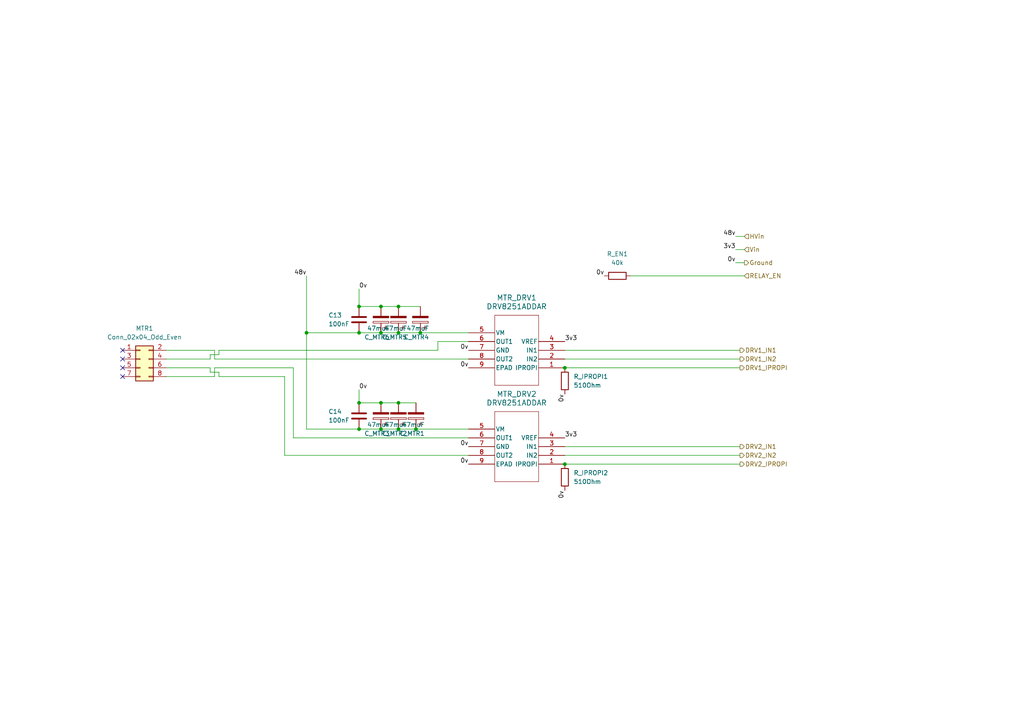
<source format=kicad_sch>
(kicad_sch (version 20230121) (generator eeschema)
  (paper "A4")
  (lib_symbols
    (symbol "Connector_Generic:Conn_02x04_Odd_Even" (pin_names (offset 1.016) hide)
      (property "Reference" "J" (at 1.27 5.08 0))
      (property "Value" "Conn_02x04_Odd_Even" (at 1.27 -7.62 0))
      (symbol "Conn_02x04_Odd_Even_1_1"
        (rectangle (start -1.27 -4.953) (end 0 -5.207) (stroke (width 0.1524)))
        (rectangle (start -1.27 -2.413) (end 0 -2.667) (stroke (width 0.1524)))
        (rectangle (start -1.27 0.127) (end 0 -0.127) (stroke (width 0.1524)))
        (rectangle (start -1.27 2.667) (end 0 2.413) (stroke (width 0.1524)))
        (rectangle (start -1.27 3.81) (end 3.81 -6.35) (stroke (width 0.254)) (fill (type background)))
        (rectangle (start 3.81 -4.953) (end 2.54 -5.207) (stroke (width 0.1524)))
        (rectangle (start 3.81 -2.413) (end 2.54 -2.667) (stroke (width 0.1524)))
        (rectangle (start 3.81 0.127) (end 2.54 -0.127) (stroke (width 0.1524)))
        (rectangle (start 3.81 2.667) (end 2.54 2.413) (stroke (width 0.1524)))
        (pin passive line (at -5.08 2.54 0) (length 3.81) (name "Pin_1") (number "1"))
        (pin passive line (at 7.62 2.54 180) (length 3.81) (name "Pin_2") (number "2"))
        (pin passive line (at -5.08 0 0) (length 3.81) (name "Pin_3") (number "3"))
        (pin passive line (at 7.62 0 180) (length 3.81) (name "Pin_4") (number "4"))
        (pin passive line (at -5.08 -2.54 0) (length 3.81) (name "Pin_5") (number "5"))
        (pin passive line (at 7.62 -2.54 180) (length 3.81) (name "Pin_6") (number "6"))
        (pin passive line (at -5.08 -5.08 0) (length 3.81) (name "Pin_7") (number "7"))
        (pin passive line (at 7.62 -5.08 180) (length 3.81) (name "Pin_8") (number "8"))
      )
    )
    (symbol "DRV8251A:DRV8251ADDAR" (pin_names (offset 0.254))
      (property "Reference" "MTR_DRV1" (at 8.89 -16.51 0))
      (property "Value" "DRV8251ADDAR" (at 8.89 -13.97 0))
      (symbol "DRV8251ADDAR_0_1"
        (polyline (pts (xy 2.54 -11.43) (xy 15.24 -11.43)) (stroke (width 0.127)))
        (polyline (pts (xy 2.54 8.89) (xy 2.54 -11.43)) (stroke (width 0.127)))
        (polyline (pts (xy 15.24 -11.43) (xy 15.24 8.89)) (stroke (width 0.127)))
        (polyline (pts (xy 15.24 8.89) (xy 2.54 8.89)) (stroke (width 0.127)))
        (pin power_out line (at -5.08 3.81 0) (length 7.62) (name "IPROPI") (number "1"))
        (pin input line (at -5.08 1.27 0) (length 7.62) (name "IN2") (number "2"))
        (pin input line (at -5.08 -1.27 0) (length 7.62) (name "IN1") (number "3"))
        (pin power_in line (at -5.08 -3.81 0) (length 7.62) (name "VREF") (number "4"))
        (pin power_in line (at 22.86 -6.35 180) (length 7.62) (name "VM") (number "5"))
        (pin bidirectional line (at 22.86 -3.81 180) (length 7.62) (name "OUT1") (number "6"))
        (pin power_out line (at 22.86 -1.27 180) (length 7.62) (name "GND") (number "7"))
        (pin bidirectional line (at 22.86 1.27 180) (length 7.62) (name "OUT2") (number "8"))
        (pin power_out line (at 22.86 3.81 180) (length 7.62) (name "EPAD") (number "9"))
      )
    )
    (symbol "DRV8251ADDAR_2" (pin_names (offset 0.254))
      (property "Reference" "U4_MTR1" (at 8.89 -16.51 0))
      (property "Value" "DRV8251ADDAR" (at 8.89 -13.97 0))
      (symbol "DRV8251ADDAR_2_0_1"
        (polyline (pts (xy 2.54 -11.43) (xy 15.24 -11.43)) (stroke (width 0.127)))
        (polyline (pts (xy 2.54 8.89) (xy 2.54 -11.43)) (stroke (width 0.127)))
        (polyline (pts (xy 15.24 -11.43) (xy 15.24 8.89)) (stroke (width 0.127)))
        (polyline (pts (xy 15.24 8.89) (xy 2.54 8.89)) (stroke (width 0.127)))
        (pin input line (at -5.08 1.27 0) (length 7.62) (name "IN2") (number "2"))
        (pin input line (at -5.08 -1.27 0) (length 7.62) (name "IN1") (number "3"))
        (pin power_in line (at -5.08 -3.81 0) (length 7.62) (name "VREF") (number "4"))
        (pin power_in line (at 22.86 -6.35 180) (length 7.62) (name "VM") (number "5"))
        (pin power_out line (at 22.86 -1.27 180) (length 7.62) (name "GND") (number "7"))
        (pin power_out line (at 22.86 3.81 180) (length 7.62) (name "EPAD") (number "9"))
      )
      (symbol "DRV8251ADDAR_2_1_1"
        (pin power_out line (at -5.08 3.81 0) (length 7.62) (name "IPROPI") (number "1"))
        (pin bidirectional line (at 22.86 -3.81 180) (length 7.62) (name "OUT1") (number "6"))
        (pin bidirectional line (at 22.86 1.27 180) (length 7.62) (name "OUT2") (number "8"))
      )
    )
    (symbol "Device:C" (pin_numbers hide) (pin_names (offset 0.254))
      (property "Reference" "C" (at 0.635 2.54 0))
      (property "Value" "C" (at 0.635 -2.54 0))
      (symbol "C_0_1"
        (polyline (pts (xy -2.032 -0.762) (xy 2.032 -0.762)) (stroke (width 0.508)))
        (polyline (pts (xy -2.032 0.762) (xy 2.032 0.762)) (stroke (width 0.508)))
      )
      (symbol "C_1_1"
        (pin passive line (at 0 3.81 270) (length 2.794) (name "~") (number "1"))
        (pin passive line (at 0 -3.81 90) (length 2.794) (name "~") (number "2"))
      )
    )
    (symbol "Device:C_Polarized" (pin_numbers hide) (pin_names (offset 0.254))
      (property "Reference" "C" (at 0.635 2.54 0))
      (property "Value" "C_Polarized" (at 0.635 -2.54 0))
      (symbol "C_Polarized_0_1"
        (rectangle (start -2.286 0.508) (end 2.286 1.016))
        (polyline (pts (xy -1.778 2.286) (xy -0.762 2.286)))
        (polyline (pts (xy -1.27 2.794) (xy -1.27 1.778)))
        (rectangle (start 2.286 -0.508) (end -2.286 -1.016) (fill (type outline)))
      )
      (symbol "C_Polarized_1_1"
        (pin passive line (at 0 3.81 270) (length 2.794) (name "~") (number "1"))
        (pin passive line (at 0 -3.81 90) (length 2.794) (name "~") (number "2"))
      )
    )
    (symbol "Device:R" (pin_numbers hide) (pin_names (offset 0))
      (property "Reference" "R" (at 2.032 0 90))
      (property "Value" "R" (at 0 0 90))
      (symbol "R_0_1"
        (rectangle (start -1.016 -2.54) (end 1.016 2.54) (stroke (width 0.254)))
      )
      (symbol "R_1_1"
        (pin passive line (at 0 3.81 270) (length 1.27) (name "~") (number "1"))
        (pin passive line (at 0 -3.81 90) (length 1.27) (name "~") (number "2"))
      )
    )
  )
  (junction (at 104.14 96.52))
  (junction (at 110.49 88.9))
  (junction (at 110.49 124.46))
  (junction (at 104.14 88.9))
  (junction (at 120.65 124.46))
  (junction (at 104.14 124.46))
  (junction (at 110.49 116.84))
  (junction (at 115.57 88.9))
  (junction (at 88.9 96.52))
  (junction (at 115.57 96.52))
  (junction (at 110.49 96.52))
  (junction (at 163.83 134.62))
  (junction (at 163.83 106.68))
  (junction (at 115.57 116.84))
  (junction (at 121.92 96.52))
  (junction (at 115.57 124.46))
  (junction (at 104.14 116.84))
  (no_connect (at 35.56 101.6))
  (no_connect (at 35.56 109.22))
  (no_connect (at 35.56 104.14))
  (no_connect (at 35.56 106.68))
  (wire (pts (xy 48.26 109.22) (xy 62.23 109.22)))
  (wire (pts (xy 48.26 104.14) (xy 60.96 104.14)))
  (wire (pts (xy 82.55 109.22) (xy 82.55 132.08)))
  (wire (pts (xy 88.9 96.52) (xy 88.9 124.46)))
  (wire (pts (xy 163.83 106.68) (xy 214.63 106.68)))
  (wire (pts (xy 163.83 134.62) (xy 214.63 134.62)))
  (wire (pts (xy 115.57 116.84) (xy 120.65 116.84)))
  (wire (pts (xy 88.9 96.52) (xy 104.14 96.52)))
  (wire (pts (xy 62.23 109.22) (xy 62.23 106.68)))
  (wire (pts (xy 104.14 124.46) (xy 110.49 124.46)))
  (wire (pts (xy 104.14 83.82) (xy 104.14 88.9)))
  (wire (pts (xy 85.09 127) (xy 135.89 127)))
  (wire (pts (xy 213.36 68.58) (xy 215.9 68.58)))
  (wire (pts (xy 104.14 96.52) (xy 110.49 96.52)))
  (wire (pts (xy 63.5 109.22) (xy 63.5 107.95)))
  (wire (pts (xy 115.57 124.46) (xy 120.65 124.46)))
  (wire (pts (xy 60.96 104.14) (xy 60.96 102.87)))
  (wire (pts (xy 120.65 124.46) (xy 135.89 124.46)))
  (wire (pts (xy 127 99.06) (xy 135.89 99.06)))
  (wire (pts (xy 115.57 96.52) (xy 121.92 96.52)))
  (wire (pts (xy 213.36 76.2) (xy 215.9 76.2)))
  (wire (pts (xy 82.55 132.08) (xy 135.89 132.08)))
  (wire (pts (xy 110.49 96.52) (xy 115.57 96.52)))
  (wire (pts (xy 60.96 102.87) (xy 63.5 102.87)))
  (wire (pts (xy 110.49 88.9) (xy 115.57 88.9)))
  (wire (pts (xy 82.55 109.22) (xy 63.5 109.22)))
  (wire (pts (xy 104.14 88.9) (xy 110.49 88.9)))
  (wire (pts (xy 88.9 124.46) (xy 104.14 124.46)))
  (wire (pts (xy 48.26 101.6) (xy 62.23 101.6)))
  (wire (pts (xy 62.23 104.14) (xy 135.89 104.14)))
  (wire (pts (xy 63.5 107.95) (xy 60.96 107.95)))
  (wire (pts (xy 127 101.6) (xy 127 99.06)))
  (wire (pts (xy 104.14 113.03) (xy 104.14 116.84)))
  (wire (pts (xy 115.57 88.9) (xy 121.92 88.9)))
  (wire (pts (xy 182.88 80.01) (xy 215.9 80.01)))
  (wire (pts (xy 104.14 116.84) (xy 110.49 116.84)))
  (wire (pts (xy 121.92 96.52) (xy 135.89 96.52)))
  (wire (pts (xy 163.83 129.54) (xy 214.63 129.54)))
  (wire (pts (xy 163.83 101.6) (xy 214.63 101.6)))
  (wire (pts (xy 110.49 116.84) (xy 115.57 116.84)))
  (wire (pts (xy 88.9 80.01) (xy 88.9 96.52)))
  (wire (pts (xy 85.09 106.68) (xy 85.09 127)))
  (wire (pts (xy 60.96 107.95) (xy 60.96 106.68)))
  (wire (pts (xy 163.83 132.08) (xy 214.63 132.08)))
  (wire (pts (xy 62.23 101.6) (xy 62.23 104.14)))
  (wire (pts (xy 63.5 102.87) (xy 63.5 101.6)))
  (wire (pts (xy 63.5 101.6) (xy 127 101.6)))
  (wire (pts (xy 62.23 106.68) (xy 85.09 106.68)))
  (wire (pts (xy 213.36 72.39) (xy 215.9 72.39)))
  (wire (pts (xy 163.83 104.14) (xy 214.63 104.14)))
  (wire (pts (xy 110.49 124.46) (xy 115.57 124.46)))
  (wire (pts (xy 60.96 106.68) (xy 48.26 106.68)))
  (label "0v" (at 135.89 106.68 180))
  (label "48v" (at 88.9 80.01 180))
  (label "3v3" (at 163.83 99.06 0))
  (label "3v3" (at 213.36 72.39 180))
  (label "3v3" (at 163.83 127 0))
  (label "0v" (at 213.36 76.2 180))
  (label "0v" (at 135.89 129.54 180))
  (label "0v" (at 163.83 142.24 270))
  (label "0v" (at 104.14 83.82 0))
  (label "0v" (at 135.89 101.6 180))
  (label "48v" (at 213.36 68.58 180))
  (label "0v" (at 163.83 114.3 270))
  (label "0v" (at 175.26 80.01 180))
  (label "0v" (at 104.14 113.03 0))
  (label "0v" (at 135.89 134.62 180))
  (hierarchical_label "DRV1_IN2" (shape output) (at 214.63 104.14 0))
  (hierarchical_label "Ground" (shape output) (at 215.9 76.2 0))
  (hierarchical_label "RELAY_EN" (shape input) (at 215.9 80.01 0))
  (hierarchical_label "DRV2_IN1" (shape output) (at 214.63 129.54 0))
  (hierarchical_label "DRV1_IPROPI" (shape output) (at 214.63 106.68 0))
  (hierarchical_label "Vin" (shape input) (at 215.9 72.39 0))
  (hierarchical_label "DRV1_IN1" (shape output) (at 214.63 101.6 0))
  (hierarchical_label "HVin" (shape input) (at 215.9 68.58 0))
  (hierarchical_label "DRV2_IN2" (shape output) (at 214.63 132.08 0))
  (hierarchical_label "DRV2_IPROPI" (shape output) (at 214.63 134.62 0))
  (symbol (lib_name "DRV8251ADDAR_2") (lib_id "DRV8251A:DRV8251ADDAR") (at 158.75 130.81 180) (unit 1)
    (property "Reference" "MTR_DRV2" (at 149.86 114.3 0) (effects (font (size 1.524 1.524))))
    (property "Value" "DRV8251ADDAR" (at 149.86 116.84 0) (effects (font (size 1.524 1.524))))
    (property "Footprint" "DRV8251A:SOIC8_DDA_TEX" (effects hide))
    (property "Datasheet" "DRV8251ADDAR" (effects hide))
  )
  (symbol (lib_id "Device:C_Polarized") (at 110.49 92.71 180) (unit 1)
    (property "Reference" "C_MTR6" (at 113.03 97.79 0) (effects (justify left)))
    (property "Value" "47muF" (at 113.03 95.25 0) (effects (justify left)))
    (property "Footprint" "Capacitor_SMD:CP_Elec_6.3x7.7" (effects hide))
  )
  (symbol (lib_id "Device:C_Polarized") (at 120.65 120.65 180) (unit 1)
    (property "Reference" "C_MTR1" (at 123.19 125.73 0) (effects (justify left)))
    (property "Value" "47muF" (at 123.19 123.19 0) (effects (justify left)))
    (property "Footprint" "Capacitor_SMD:CP_Elec_6.3x7.7" (effects hide))
  )
  (symbol (lib_id "DRV8251A:DRV8251ADDAR") (at 158.75 102.87 180) (unit 1)
    (property "Reference" "MTR_DRV1" (at 149.86 86.36 0) (effects (font (size 1.524 1.524))))
    (property "Value" "DRV8251ADDAR" (at 149.86 88.9 0) (effects (font (size 1.524 1.524))))
    (property "Footprint" "DRV8251A:SOIC8_DDA_TEX" (effects hide))
    (property "Datasheet" "DRV8251ADDAR" (effects hide))
  )
  (symbol (lib_id "Device:R") (at 163.83 138.43 0) (unit 1)
    (property "Reference" "R_IPROPI2" (at 166.37 137.16 0) (effects (justify left)))
    (property "Value" "510Ohm" (at 166.37 139.7 0) (effects (justify left)))
    (property "Footprint" "Resistor_SMD:R_0805_2012Metric" (effects hide))
    (instances (project "hand" (path "" (reference "R_IPROPI2") (unit 1))) (project "aux_hand_panel" (path "" (reference "R2_IPROPI1") (unit 1))))
  )
  (symbol (lib_id "Device:C_Polarized") (at 110.49 120.65 180) (unit 1)
    (property "Reference" "C_MTR3" (at 113.03 125.73 0) (effects (justify left)))
    (property "Value" "47muF" (at 113.03 123.19 0) (effects (justify left)))
    (property "Footprint" "Capacitor_SMD:CP_Elec_6.3x7.7" (effects hide))
  )
  (symbol (lib_id "Device:C") (at 104.14 92.71 0) (unit 1)
    (property "Reference" "C13" (at 95.25 91.44 0) (effects (justify left)))
    (property "Value" "100nF" (at 95.25 93.98 0) (effects (justify left)))
    (property "Footprint" "Capacitor_SMD:C_0603_1608Metric" (effects hide))
    (instances (project "hand" (path "" (reference "C13") (unit 1))) (project "aux_hand_panel" (path "" (reference "C3") (unit 1))))
  )
  (symbol (lib_id "Connector_Generic:Conn_02x04_Odd_Even") (at 40.64 104.14 0) (unit 1)
    (property "Reference" "MTR1" (at 41.91 95.25 0))
    (property "Value" "Conn_02x04_Odd_Even" (at 41.91 97.79 0))
    (property "Footprint" "Connector_PinHeader_2.54mm:PinHeader_2x04_P2.54mm_Vertical" (effects hide))
  )
  (symbol (lib_id "Device:C_Polarized") (at 115.57 92.71 180) (unit 1)
    (property "Reference" "C_MTR5" (at 118.11 97.79 0) (effects (justify left)))
    (property "Value" "47muF" (at 118.11 95.25 0) (effects (justify left)))
    (property "Footprint" "Capacitor_SMD:CP_Elec_6.3x7.7" (effects hide))
  )
  (symbol (lib_id "Device:R") (at 179.07 80.01 90) (unit 1)
    (property "Reference" "R_EN1" (at 179.07 73.66 90))
    (property "Value" "40k" (at 179.07 76.2 90))
    (property "Footprint" "Resistor_SMD:R_0402_1005Metric" (effects hide))
    (instances (project "hand" (path "" (reference "R_EN1") (unit 1))) (project "aux_hand_panel" (path "" (reference "R1_IPROPI2") (unit 1))))
  )
  (symbol (lib_id "Device:C") (at 104.14 120.65 0) (unit 1)
    (property "Reference" "C14" (at 95.25 119.38 0) (effects (justify left)))
    (property "Value" "100nF" (at 95.25 121.92 0) (effects (justify left)))
    (property "Footprint" "Capacitor_SMD:C_0603_1608Metric" (effects hide))
    (instances (project "hand" (path "" (reference "C14") (unit 1))) (project "aux_hand_panel" (path "" (reference "C4") (unit 1))))
  )
  (symbol (lib_id "Device:C_Polarized") (at 121.92 92.71 180) (unit 1)
    (property "Reference" "C_MTR4" (at 124.46 97.79 0) (effects (justify left)))
    (property "Value" "47muF" (at 124.46 95.25 0) (effects (justify left)))
    (property "Footprint" "Capacitor_SMD:CP_Elec_6.3x7.7" (effects hide))
  )
  (symbol (lib_id "Device:R") (at 163.83 110.49 0) (unit 1)
    (property "Reference" "R_IPROPI1" (at 166.37 109.22 0) (effects (justify left)))
    (property "Value" "510Ohm" (at 166.37 111.76 0) (effects (justify left)))
    (property "Footprint" "Resistor_SMD:R_0805_2012Metric" (effects hide))
    (instances (project "hand" (path "" (reference "R_IPROPI1") (unit 1))) (project "aux_hand_panel" (path "" (reference "R1_IPROPI1") (unit 1))))
  )
  (symbol (lib_id "Device:C_Polarized") (at 115.57 120.65 180) (unit 1)
    (property "Reference" "C_MTR2" (at 118.11 125.73 0) (effects (justify left)))
    (property "Value" "47muF" (at 118.11 123.19 0) (effects (justify left)))
    (property "Footprint" "Capacitor_SMD:CP_Elec_6.3x7.7" (effects hide))
  )
)
</source>
